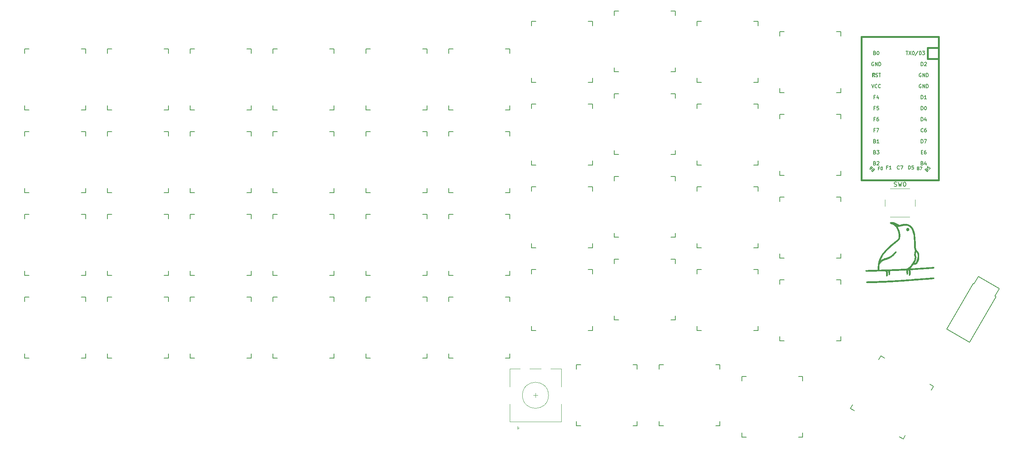
<source format=gbr>
%TF.GenerationSoftware,KiCad,Pcbnew,(5.1.9-0-10_14)*%
%TF.CreationDate,2021-09-05T14:47:07-05:00*%
%TF.ProjectId,wren-universal,7772656e-2d75-46e6-9976-657273616c2e,rev?*%
%TF.SameCoordinates,Original*%
%TF.FileFunction,Legend,Top*%
%TF.FilePolarity,Positive*%
%FSLAX46Y46*%
G04 Gerber Fmt 4.6, Leading zero omitted, Abs format (unit mm)*
G04 Created by KiCad (PCBNEW (5.1.9-0-10_14)) date 2021-09-05 14:47:07*
%MOMM*%
%LPD*%
G01*
G04 APERTURE LIST*
%ADD10C,0.150000*%
%ADD11C,0.010000*%
%ADD12C,0.381000*%
%ADD13C,0.120000*%
G04 APERTURE END LIST*
D10*
%TO.C,MX27*%
X98886250Y-94155500D02*
X99886250Y-94155500D01*
X99886250Y-108155500D02*
X98886250Y-108155500D01*
X112886250Y-107155500D02*
X112886250Y-108155500D01*
X112886250Y-108155500D02*
X111886250Y-108155500D01*
X111886250Y-94155500D02*
X112886250Y-94155500D01*
X112886250Y-94155500D02*
X112886250Y-95155500D01*
X98886250Y-108155500D02*
X98886250Y-107155500D01*
X98886250Y-95155500D02*
X98886250Y-94155500D01*
%TO.C,J1*%
X259270953Y-123570500D02*
X253988198Y-120520500D01*
X253988198Y-120520500D02*
X260038198Y-110041593D01*
X260038198Y-110041593D02*
X260254705Y-110166593D01*
X260254705Y-110166593D02*
X261254705Y-108434542D01*
X261298006Y-108459542D02*
X266104447Y-111234542D01*
X259270953Y-123570500D02*
X265320953Y-113091593D01*
X265320953Y-113091593D02*
X265104447Y-112966593D01*
X265104447Y-112966593D02*
X266104447Y-111234542D01*
%TO.C,MX39*%
X60786250Y-113205500D02*
X61786250Y-113205500D01*
X61786250Y-127205500D02*
X60786250Y-127205500D01*
X74786250Y-126205500D02*
X74786250Y-127205500D01*
X74786250Y-127205500D02*
X73786250Y-127205500D01*
X73786250Y-113205500D02*
X74786250Y-113205500D01*
X74786250Y-113205500D02*
X74786250Y-114205500D01*
X60786250Y-127205500D02*
X60786250Y-126205500D01*
X60786250Y-114205500D02*
X60786250Y-113205500D01*
%TO.C,MX36*%
X120317500Y-113205500D02*
X121317500Y-113205500D01*
X121317500Y-127205500D02*
X120317500Y-127205500D01*
X134317500Y-126205500D02*
X134317500Y-127205500D01*
X134317500Y-127205500D02*
X133317500Y-127205500D01*
X133317500Y-113205500D02*
X134317500Y-113205500D01*
X134317500Y-113205500D02*
X134317500Y-114205500D01*
X120317500Y-127205500D02*
X120317500Y-126205500D01*
X120317500Y-114205500D02*
X120317500Y-113205500D01*
D11*
%TO.C,FID3*%
G36*
X250978945Y-108686662D02*
G01*
X251033437Y-108744470D01*
X251038027Y-108832813D01*
X250996993Y-108917168D01*
X250945750Y-108954413D01*
X250886613Y-108964827D01*
X250749687Y-108980766D01*
X250541629Y-109001704D01*
X250269100Y-109027117D01*
X249938759Y-109056479D01*
X249557267Y-109089266D01*
X249131281Y-109124951D01*
X248667463Y-109163009D01*
X248172472Y-109202916D01*
X247652967Y-109244145D01*
X247115608Y-109286172D01*
X246567055Y-109328472D01*
X246013967Y-109370519D01*
X245463004Y-109411787D01*
X244920826Y-109451752D01*
X244394091Y-109489889D01*
X243889461Y-109525671D01*
X243413594Y-109558575D01*
X242973150Y-109588073D01*
X242637833Y-109609685D01*
X242249150Y-109633053D01*
X241809165Y-109657504D01*
X241327796Y-109682627D01*
X240814960Y-109708009D01*
X240280574Y-109733238D01*
X239734554Y-109757899D01*
X239186818Y-109781582D01*
X238647282Y-109803874D01*
X238125863Y-109824361D01*
X237632479Y-109842631D01*
X237177047Y-109858271D01*
X236769482Y-109870870D01*
X236419703Y-109880013D01*
X236137626Y-109885289D01*
X235986100Y-109886460D01*
X235762049Y-109883697D01*
X235609462Y-109874074D01*
X235515302Y-109856079D01*
X235466534Y-109828201D01*
X235464579Y-109825956D01*
X235434455Y-109738699D01*
X235472369Y-109657400D01*
X235562911Y-109602333D01*
X235643739Y-109590208D01*
X235809132Y-109588037D01*
X236049890Y-109582156D01*
X236356812Y-109572945D01*
X236720695Y-109560785D01*
X237132336Y-109546055D01*
X237582534Y-109529135D01*
X238062086Y-109510406D01*
X238561790Y-109490246D01*
X239072444Y-109469036D01*
X239584845Y-109447156D01*
X240089790Y-109424986D01*
X240578079Y-109402906D01*
X241040508Y-109381294D01*
X241467875Y-109360533D01*
X241850978Y-109341001D01*
X242180614Y-109323078D01*
X242341500Y-109313700D01*
X242708472Y-109290634D01*
X243150168Y-109261184D01*
X243656944Y-109226071D01*
X244219155Y-109186011D01*
X244827157Y-109141722D01*
X245471306Y-109093923D01*
X246141957Y-109043331D01*
X246829466Y-108990665D01*
X247524188Y-108936642D01*
X248216480Y-108881980D01*
X248896696Y-108827398D01*
X249148028Y-108806988D01*
X249527972Y-108776698D01*
X249882872Y-108749692D01*
X250203594Y-108726570D01*
X250481005Y-108707934D01*
X250705973Y-108694382D01*
X250869364Y-108686516D01*
X250962045Y-108684935D01*
X250978945Y-108686662D01*
G37*
X250978945Y-108686662D02*
X251033437Y-108744470D01*
X251038027Y-108832813D01*
X250996993Y-108917168D01*
X250945750Y-108954413D01*
X250886613Y-108964827D01*
X250749687Y-108980766D01*
X250541629Y-109001704D01*
X250269100Y-109027117D01*
X249938759Y-109056479D01*
X249557267Y-109089266D01*
X249131281Y-109124951D01*
X248667463Y-109163009D01*
X248172472Y-109202916D01*
X247652967Y-109244145D01*
X247115608Y-109286172D01*
X246567055Y-109328472D01*
X246013967Y-109370519D01*
X245463004Y-109411787D01*
X244920826Y-109451752D01*
X244394091Y-109489889D01*
X243889461Y-109525671D01*
X243413594Y-109558575D01*
X242973150Y-109588073D01*
X242637833Y-109609685D01*
X242249150Y-109633053D01*
X241809165Y-109657504D01*
X241327796Y-109682627D01*
X240814960Y-109708009D01*
X240280574Y-109733238D01*
X239734554Y-109757899D01*
X239186818Y-109781582D01*
X238647282Y-109803874D01*
X238125863Y-109824361D01*
X237632479Y-109842631D01*
X237177047Y-109858271D01*
X236769482Y-109870870D01*
X236419703Y-109880013D01*
X236137626Y-109885289D01*
X235986100Y-109886460D01*
X235762049Y-109883697D01*
X235609462Y-109874074D01*
X235515302Y-109856079D01*
X235466534Y-109828201D01*
X235464579Y-109825956D01*
X235434455Y-109738699D01*
X235472369Y-109657400D01*
X235562911Y-109602333D01*
X235643739Y-109590208D01*
X235809132Y-109588037D01*
X236049890Y-109582156D01*
X236356812Y-109572945D01*
X236720695Y-109560785D01*
X237132336Y-109546055D01*
X237582534Y-109529135D01*
X238062086Y-109510406D01*
X238561790Y-109490246D01*
X239072444Y-109469036D01*
X239584845Y-109447156D01*
X240089790Y-109424986D01*
X240578079Y-109402906D01*
X241040508Y-109381294D01*
X241467875Y-109360533D01*
X241850978Y-109341001D01*
X242180614Y-109323078D01*
X242341500Y-109313700D01*
X242708472Y-109290634D01*
X243150168Y-109261184D01*
X243656944Y-109226071D01*
X244219155Y-109186011D01*
X244827157Y-109141722D01*
X245471306Y-109093923D01*
X246141957Y-109043331D01*
X246829466Y-108990665D01*
X247524188Y-108936642D01*
X248216480Y-108881980D01*
X248896696Y-108827398D01*
X249148028Y-108806988D01*
X249527972Y-108776698D01*
X249882872Y-108749692D01*
X250203594Y-108726570D01*
X250481005Y-108707934D01*
X250705973Y-108694382D01*
X250869364Y-108686516D01*
X250962045Y-108684935D01*
X250978945Y-108686662D01*
G36*
X241386311Y-95922606D02*
G01*
X241443174Y-95925175D01*
X241584855Y-95933166D01*
X241699314Y-95945675D01*
X241804282Y-95968624D01*
X241917486Y-96007939D01*
X242056656Y-96069542D01*
X242239522Y-96159357D01*
X242424175Y-96252951D01*
X243033268Y-96562946D01*
X243530129Y-96449646D01*
X243969847Y-96367023D01*
X244355283Y-96335887D01*
X244701121Y-96358616D01*
X245022047Y-96437586D01*
X245332746Y-96575176D01*
X245647904Y-96773762D01*
X245681317Y-96797859D01*
X245900294Y-97003457D01*
X246102308Y-97285895D01*
X246283681Y-97638394D01*
X246440730Y-98054175D01*
X246529033Y-98359049D01*
X246589380Y-98648211D01*
X246642010Y-99017770D01*
X246686552Y-99463779D01*
X246722634Y-99982286D01*
X246749886Y-100569344D01*
X246757114Y-100785183D01*
X246767755Y-101124306D01*
X246777378Y-101390400D01*
X246787197Y-101595077D01*
X246798429Y-101749945D01*
X246812288Y-101866614D01*
X246829990Y-101956694D01*
X246852750Y-102031794D01*
X246881782Y-102103525D01*
X246899131Y-102141974D01*
X246987426Y-102301656D01*
X247107215Y-102477726D01*
X247209652Y-102605212D01*
X247373910Y-102806557D01*
X247483877Y-102989970D01*
X247549004Y-103181692D01*
X247578745Y-103407965D01*
X247583309Y-103642583D01*
X247561645Y-104016817D01*
X247507311Y-104387976D01*
X247425031Y-104736612D01*
X247319527Y-105043281D01*
X247195521Y-105288535D01*
X247176511Y-105317513D01*
X247041004Y-105483875D01*
X246897253Y-105580445D01*
X246719538Y-105620273D01*
X246576331Y-105622020D01*
X246309313Y-105611791D01*
X246008785Y-105988144D01*
X245873790Y-106152430D01*
X245743566Y-106302614D01*
X245635091Y-106419549D01*
X245577380Y-106474624D01*
X245446503Y-106584750D01*
X245650835Y-106584677D01*
X245756409Y-106581720D01*
X245937206Y-106573285D01*
X246184000Y-106559958D01*
X246487564Y-106542325D01*
X246838674Y-106520970D01*
X247228102Y-106496480D01*
X247646622Y-106469440D01*
X248085008Y-106440435D01*
X248534034Y-106410050D01*
X248984475Y-106378872D01*
X249427103Y-106347486D01*
X249698987Y-106327782D01*
X250013724Y-106305704D01*
X250302562Y-106287239D01*
X250554270Y-106272963D01*
X250757618Y-106263450D01*
X250901374Y-106259276D01*
X250974308Y-106261017D01*
X250979571Y-106262186D01*
X251025581Y-106318162D01*
X251039755Y-106410476D01*
X251019643Y-106496068D01*
X250994447Y-106523857D01*
X250940857Y-106534156D01*
X250810514Y-106549055D01*
X250611172Y-106567971D01*
X250350586Y-106590321D01*
X250036510Y-106615522D01*
X249676699Y-106642991D01*
X249278908Y-106672145D01*
X248850890Y-106702401D01*
X248400400Y-106733176D01*
X247935193Y-106763887D01*
X247463024Y-106793952D01*
X247125166Y-106814745D01*
X246810972Y-106834088D01*
X246509102Y-106853227D01*
X246234724Y-106871157D01*
X246003004Y-106886875D01*
X245829111Y-106899376D01*
X245744966Y-106906108D01*
X245465433Y-106930760D01*
X245527280Y-107107005D01*
X245561002Y-107258754D01*
X245580678Y-107461183D01*
X245585591Y-107681363D01*
X245575024Y-107886365D01*
X245548263Y-108043257D01*
X245547684Y-108045250D01*
X245504560Y-108137443D01*
X245430369Y-108170167D01*
X245386454Y-108172250D01*
X245262500Y-108172250D01*
X245262284Y-107706583D01*
X245251629Y-107409224D01*
X245220735Y-107179944D01*
X245170753Y-107022768D01*
X245102835Y-106941717D01*
X245041048Y-106933256D01*
X244985302Y-106974488D01*
X244981232Y-107010597D01*
X244990958Y-107079909D01*
X245003166Y-107208671D01*
X245015543Y-107371805D01*
X245018087Y-107410250D01*
X245026656Y-107586040D01*
X245022536Y-107701095D01*
X245002284Y-107778838D01*
X244962458Y-107842694D01*
X244952757Y-107854750D01*
X244881787Y-107924306D01*
X244821989Y-107930180D01*
X244788902Y-107913673D01*
X244748504Y-107873520D01*
X244723709Y-107801148D01*
X244710396Y-107677770D01*
X244705302Y-107532673D01*
X244696044Y-107355236D01*
X244677961Y-107196007D01*
X244654738Y-107086190D01*
X244651543Y-107077195D01*
X244604648Y-106955807D01*
X244213907Y-106983006D01*
X244101451Y-106989763D01*
X243921103Y-106999301D01*
X243684844Y-107011082D01*
X243404651Y-107024569D01*
X243092505Y-107039223D01*
X242760385Y-107054505D01*
X242420271Y-107069879D01*
X242084142Y-107084806D01*
X241763976Y-107098747D01*
X241471755Y-107111165D01*
X241219456Y-107121522D01*
X241019060Y-107129280D01*
X240882546Y-107133901D01*
X240830243Y-107134983D01*
X240786841Y-107142471D01*
X240781817Y-107179461D01*
X240813902Y-107268007D01*
X240821523Y-107286350D01*
X240858983Y-107424777D01*
X240875410Y-107591856D01*
X240871988Y-107762594D01*
X240849903Y-107912002D01*
X240810340Y-108015087D01*
X240785750Y-108040614D01*
X240692371Y-108071941D01*
X240625888Y-108029280D01*
X240584612Y-107910046D01*
X240566851Y-107711651D01*
X240566684Y-107705285D01*
X240543231Y-107456164D01*
X240488181Y-107275327D01*
X240403496Y-107167024D01*
X240303883Y-107135083D01*
X240227696Y-107145895D01*
X240218564Y-107188501D01*
X240226255Y-107209166D01*
X240306690Y-107453287D01*
X240349145Y-107706580D01*
X240352811Y-107946761D01*
X240316880Y-108151547D01*
X240264675Y-108266659D01*
X240201375Y-108344583D01*
X240141235Y-108354523D01*
X240077677Y-108321937D01*
X240046125Y-108279873D01*
X240026422Y-108192466D01*
X240016480Y-108045472D01*
X240014177Y-107888668D01*
X240005936Y-107641858D01*
X239981092Y-107460675D01*
X239940130Y-107333502D01*
X239867094Y-107172089D01*
X238458463Y-107206502D01*
X238069252Y-107215304D01*
X237661210Y-107223274D01*
X237254128Y-107230113D01*
X236867797Y-107235522D01*
X236522008Y-107239203D01*
X236236551Y-107240855D01*
X236182000Y-107240916D01*
X235314166Y-107240916D01*
X235300748Y-107124259D01*
X235309409Y-107026618D01*
X235344234Y-106985765D01*
X235399176Y-106979488D01*
X235528156Y-106971961D01*
X235720562Y-106963583D01*
X235965780Y-106954752D01*
X236253198Y-106945864D01*
X236572205Y-106937319D01*
X236749413Y-106933089D01*
X238097687Y-106902250D01*
X238090076Y-106427775D01*
X238092302Y-106381861D01*
X238398639Y-106381861D01*
X238408244Y-106601633D01*
X238435525Y-106893684D01*
X239351345Y-106865671D01*
X239659407Y-106855910D01*
X240026914Y-106843719D01*
X240428709Y-106829967D01*
X240839636Y-106815521D01*
X241234537Y-106801250D01*
X241452500Y-106793163D01*
X241840952Y-106777990D01*
X242274322Y-106760067D01*
X242723745Y-106740653D01*
X243160362Y-106721006D01*
X243555309Y-106702387D01*
X243724241Y-106694051D01*
X244056305Y-106677077D01*
X244315226Y-106662601D01*
X244512431Y-106649122D01*
X244659352Y-106635139D01*
X244767414Y-106619153D01*
X244848049Y-106599661D01*
X244912684Y-106575164D01*
X244972749Y-106544161D01*
X245004266Y-106525969D01*
X245232416Y-106361504D01*
X245477186Y-106129933D01*
X245727304Y-105844087D01*
X245971499Y-105516800D01*
X246109014Y-105301998D01*
X246511333Y-105301998D01*
X246548510Y-105310426D01*
X246640447Y-105308640D01*
X246665877Y-105306722D01*
X246817523Y-105262413D01*
X246898564Y-105187750D01*
X246992557Y-105019434D01*
X247078379Y-104790132D01*
X247152839Y-104519125D01*
X247212747Y-104225693D01*
X247254913Y-103929118D01*
X247276147Y-103648679D01*
X247273257Y-103403658D01*
X247243055Y-103213334D01*
X247231197Y-103177435D01*
X247184699Y-103087844D01*
X247110718Y-102976172D01*
X247026478Y-102864912D01*
X246949204Y-102776555D01*
X246896120Y-102733593D01*
X246890394Y-102732416D01*
X246870213Y-102770974D01*
X246844395Y-102872903D01*
X246817991Y-103017585D01*
X246813848Y-103044683D01*
X246791173Y-103236275D01*
X246791246Y-103383675D01*
X246815262Y-103524567D01*
X246830970Y-103584433D01*
X246892180Y-103836458D01*
X246919241Y-104053328D01*
X246909562Y-104257462D01*
X246860554Y-104471278D01*
X246769629Y-104717197D01*
X246675687Y-104929026D01*
X246603874Y-105085995D01*
X246547976Y-105211614D01*
X246515933Y-105287868D01*
X246511333Y-105301998D01*
X246109014Y-105301998D01*
X246188828Y-105177327D01*
X246366272Y-104861028D01*
X246491730Y-104594592D01*
X246568526Y-104363779D01*
X246599989Y-104154353D01*
X246589443Y-103952073D01*
X246540216Y-103742703D01*
X246530851Y-103713313D01*
X246481087Y-103445129D01*
X246487238Y-103122225D01*
X246548964Y-102753150D01*
X246573152Y-102654235D01*
X246607487Y-102510932D01*
X246619315Y-102405595D01*
X246607175Y-102302916D01*
X246569608Y-102167588D01*
X246550522Y-102107045D01*
X246522916Y-102012060D01*
X246500645Y-101911647D01*
X246482722Y-101794089D01*
X246468157Y-101647668D01*
X246455961Y-101460667D01*
X246445145Y-101221367D01*
X246434720Y-100918053D01*
X246426433Y-100636916D01*
X246408885Y-100130549D01*
X246386149Y-99696147D01*
X246356797Y-99321089D01*
X246319396Y-98992758D01*
X246272519Y-98698533D01*
X246214734Y-98425796D01*
X246146827Y-98169556D01*
X246002800Y-97762197D01*
X245825124Y-97426950D01*
X245607604Y-97155835D01*
X245344048Y-96940872D01*
X245081872Y-96797552D01*
X244842589Y-96706404D01*
X244603377Y-96655054D01*
X244346370Y-96643006D01*
X244053703Y-96669766D01*
X243707509Y-96734838D01*
X243611500Y-96756800D01*
X243383257Y-96808660D01*
X243162723Y-96855556D01*
X242974292Y-96892498D01*
X242842359Y-96914497D01*
X242837279Y-96915167D01*
X242715568Y-96935541D01*
X242639648Y-96957320D01*
X242625855Y-96970171D01*
X242650747Y-97018803D01*
X242702985Y-97119124D01*
X242760592Y-97229083D01*
X242918051Y-97580501D01*
X243044821Y-97967794D01*
X243137749Y-98371658D01*
X243193679Y-98772790D01*
X243209457Y-99151888D01*
X243181928Y-99489648D01*
X243152892Y-99629549D01*
X243094192Y-99788778D01*
X243011278Y-99938981D01*
X242972976Y-99989841D01*
X242927149Y-100041449D01*
X242878151Y-100092221D01*
X242817361Y-100149443D01*
X242736153Y-100220404D01*
X242625905Y-100312389D01*
X242477993Y-100432687D01*
X242283794Y-100588585D01*
X242034684Y-100787370D01*
X241939333Y-100863324D01*
X241682187Y-101075274D01*
X241390060Y-101328020D01*
X241078878Y-101606792D01*
X240764568Y-101896820D01*
X240463060Y-102183333D01*
X240190279Y-102451562D01*
X239962154Y-102686735D01*
X239896625Y-102757605D01*
X239505109Y-103225595D01*
X239182246Y-103697708D01*
X238913913Y-104195870D01*
X238789340Y-104477081D01*
X238723326Y-104638737D01*
X238671786Y-104769103D01*
X238641918Y-104849758D01*
X238637333Y-104866156D01*
X238668218Y-104852747D01*
X238750529Y-104798033D01*
X238868746Y-104712545D01*
X238916432Y-104676773D01*
X239196950Y-104480812D01*
X239453308Y-104340579D01*
X239711422Y-104243535D01*
X239917474Y-104192424D01*
X240371460Y-104061443D01*
X240813211Y-103861932D01*
X241227009Y-103604275D01*
X241597133Y-103298856D01*
X241907866Y-102956062D01*
X242014464Y-102807100D01*
X242118635Y-102687730D01*
X242217286Y-102651343D01*
X242308633Y-102698477D01*
X242323028Y-102714496D01*
X242347439Y-102788679D01*
X242317776Y-102893175D01*
X242230818Y-103033005D01*
X242083348Y-103213190D01*
X241872145Y-103438751D01*
X241833500Y-103478094D01*
X241478644Y-103801096D01*
X241108175Y-104061702D01*
X240704727Y-104269289D01*
X240250937Y-104433235D01*
X239888612Y-104528297D01*
X239644631Y-104611582D01*
X239381665Y-104747081D01*
X239119509Y-104920161D01*
X238877955Y-105116188D01*
X238676798Y-105320527D01*
X238535832Y-105518543D01*
X238527108Y-105534908D01*
X238474796Y-105683366D01*
X238434074Y-105890820D01*
X238407752Y-106132057D01*
X238398639Y-106381861D01*
X238092302Y-106381861D01*
X238121593Y-105777752D01*
X238236291Y-105137308D01*
X238432927Y-104509601D01*
X238710259Y-103897789D01*
X239067044Y-103305031D01*
X239502040Y-102734486D01*
X239576818Y-102647750D01*
X239819414Y-102384082D01*
X240115011Y-102084149D01*
X240448420Y-101761875D01*
X240804454Y-101431184D01*
X241167925Y-101105999D01*
X241523646Y-100800244D01*
X241856430Y-100527843D01*
X242066333Y-100365413D01*
X242339067Y-100154170D01*
X242546093Y-99978524D01*
X242694882Y-99831496D01*
X242792908Y-99706105D01*
X242818099Y-99663250D01*
X242857723Y-99534662D01*
X242880822Y-99342694D01*
X242887734Y-99106940D01*
X242878795Y-98846990D01*
X242854342Y-98582436D01*
X242814710Y-98332870D01*
X242793606Y-98237177D01*
X242650569Y-97754541D01*
X242472411Y-97346010D01*
X242255376Y-97007047D01*
X241995710Y-96733114D01*
X241689661Y-96519676D01*
X241333473Y-96362194D01*
X241210097Y-96323396D01*
X241027240Y-96254055D01*
X240922654Y-96175303D01*
X240898380Y-96089988D01*
X240956459Y-96000959D01*
X240970497Y-95988992D01*
X241031599Y-95949174D01*
X241106971Y-95926768D01*
X241218059Y-95918877D01*
X241386311Y-95922606D01*
G37*
X241386311Y-95922606D02*
X241443174Y-95925175D01*
X241584855Y-95933166D01*
X241699314Y-95945675D01*
X241804282Y-95968624D01*
X241917486Y-96007939D01*
X242056656Y-96069542D01*
X242239522Y-96159357D01*
X242424175Y-96252951D01*
X243033268Y-96562946D01*
X243530129Y-96449646D01*
X243969847Y-96367023D01*
X244355283Y-96335887D01*
X244701121Y-96358616D01*
X245022047Y-96437586D01*
X245332746Y-96575176D01*
X245647904Y-96773762D01*
X245681317Y-96797859D01*
X245900294Y-97003457D01*
X246102308Y-97285895D01*
X246283681Y-97638394D01*
X246440730Y-98054175D01*
X246529033Y-98359049D01*
X246589380Y-98648211D01*
X246642010Y-99017770D01*
X246686552Y-99463779D01*
X246722634Y-99982286D01*
X246749886Y-100569344D01*
X246757114Y-100785183D01*
X246767755Y-101124306D01*
X246777378Y-101390400D01*
X246787197Y-101595077D01*
X246798429Y-101749945D01*
X246812288Y-101866614D01*
X246829990Y-101956694D01*
X246852750Y-102031794D01*
X246881782Y-102103525D01*
X246899131Y-102141974D01*
X246987426Y-102301656D01*
X247107215Y-102477726D01*
X247209652Y-102605212D01*
X247373910Y-102806557D01*
X247483877Y-102989970D01*
X247549004Y-103181692D01*
X247578745Y-103407965D01*
X247583309Y-103642583D01*
X247561645Y-104016817D01*
X247507311Y-104387976D01*
X247425031Y-104736612D01*
X247319527Y-105043281D01*
X247195521Y-105288535D01*
X247176511Y-105317513D01*
X247041004Y-105483875D01*
X246897253Y-105580445D01*
X246719538Y-105620273D01*
X246576331Y-105622020D01*
X246309313Y-105611791D01*
X246008785Y-105988144D01*
X245873790Y-106152430D01*
X245743566Y-106302614D01*
X245635091Y-106419549D01*
X245577380Y-106474624D01*
X245446503Y-106584750D01*
X245650835Y-106584677D01*
X245756409Y-106581720D01*
X245937206Y-106573285D01*
X246184000Y-106559958D01*
X246487564Y-106542325D01*
X246838674Y-106520970D01*
X247228102Y-106496480D01*
X247646622Y-106469440D01*
X248085008Y-106440435D01*
X248534034Y-106410050D01*
X248984475Y-106378872D01*
X249427103Y-106347486D01*
X249698987Y-106327782D01*
X250013724Y-106305704D01*
X250302562Y-106287239D01*
X250554270Y-106272963D01*
X250757618Y-106263450D01*
X250901374Y-106259276D01*
X250974308Y-106261017D01*
X250979571Y-106262186D01*
X251025581Y-106318162D01*
X251039755Y-106410476D01*
X251019643Y-106496068D01*
X250994447Y-106523857D01*
X250940857Y-106534156D01*
X250810514Y-106549055D01*
X250611172Y-106567971D01*
X250350586Y-106590321D01*
X250036510Y-106615522D01*
X249676699Y-106642991D01*
X249278908Y-106672145D01*
X248850890Y-106702401D01*
X248400400Y-106733176D01*
X247935193Y-106763887D01*
X247463024Y-106793952D01*
X247125166Y-106814745D01*
X246810972Y-106834088D01*
X246509102Y-106853227D01*
X246234724Y-106871157D01*
X246003004Y-106886875D01*
X245829111Y-106899376D01*
X245744966Y-106906108D01*
X245465433Y-106930760D01*
X245527280Y-107107005D01*
X245561002Y-107258754D01*
X245580678Y-107461183D01*
X245585591Y-107681363D01*
X245575024Y-107886365D01*
X245548263Y-108043257D01*
X245547684Y-108045250D01*
X245504560Y-108137443D01*
X245430369Y-108170167D01*
X245386454Y-108172250D01*
X245262500Y-108172250D01*
X245262284Y-107706583D01*
X245251629Y-107409224D01*
X245220735Y-107179944D01*
X245170753Y-107022768D01*
X245102835Y-106941717D01*
X245041048Y-106933256D01*
X244985302Y-106974488D01*
X244981232Y-107010597D01*
X244990958Y-107079909D01*
X245003166Y-107208671D01*
X245015543Y-107371805D01*
X245018087Y-107410250D01*
X245026656Y-107586040D01*
X245022536Y-107701095D01*
X245002284Y-107778838D01*
X244962458Y-107842694D01*
X244952757Y-107854750D01*
X244881787Y-107924306D01*
X244821989Y-107930180D01*
X244788902Y-107913673D01*
X244748504Y-107873520D01*
X244723709Y-107801148D01*
X244710396Y-107677770D01*
X244705302Y-107532673D01*
X244696044Y-107355236D01*
X244677961Y-107196007D01*
X244654738Y-107086190D01*
X244651543Y-107077195D01*
X244604648Y-106955807D01*
X244213907Y-106983006D01*
X244101451Y-106989763D01*
X243921103Y-106999301D01*
X243684844Y-107011082D01*
X243404651Y-107024569D01*
X243092505Y-107039223D01*
X242760385Y-107054505D01*
X242420271Y-107069879D01*
X242084142Y-107084806D01*
X241763976Y-107098747D01*
X241471755Y-107111165D01*
X241219456Y-107121522D01*
X241019060Y-107129280D01*
X240882546Y-107133901D01*
X240830243Y-107134983D01*
X240786841Y-107142471D01*
X240781817Y-107179461D01*
X240813902Y-107268007D01*
X240821523Y-107286350D01*
X240858983Y-107424777D01*
X240875410Y-107591856D01*
X240871988Y-107762594D01*
X240849903Y-107912002D01*
X240810340Y-108015087D01*
X240785750Y-108040614D01*
X240692371Y-108071941D01*
X240625888Y-108029280D01*
X240584612Y-107910046D01*
X240566851Y-107711651D01*
X240566684Y-107705285D01*
X240543231Y-107456164D01*
X240488181Y-107275327D01*
X240403496Y-107167024D01*
X240303883Y-107135083D01*
X240227696Y-107145895D01*
X240218564Y-107188501D01*
X240226255Y-107209166D01*
X240306690Y-107453287D01*
X240349145Y-107706580D01*
X240352811Y-107946761D01*
X240316880Y-108151547D01*
X240264675Y-108266659D01*
X240201375Y-108344583D01*
X240141235Y-108354523D01*
X240077677Y-108321937D01*
X240046125Y-108279873D01*
X240026422Y-108192466D01*
X240016480Y-108045472D01*
X240014177Y-107888668D01*
X240005936Y-107641858D01*
X239981092Y-107460675D01*
X239940130Y-107333502D01*
X239867094Y-107172089D01*
X238458463Y-107206502D01*
X238069252Y-107215304D01*
X237661210Y-107223274D01*
X237254128Y-107230113D01*
X236867797Y-107235522D01*
X236522008Y-107239203D01*
X236236551Y-107240855D01*
X236182000Y-107240916D01*
X235314166Y-107240916D01*
X235300748Y-107124259D01*
X235309409Y-107026618D01*
X235344234Y-106985765D01*
X235399176Y-106979488D01*
X235528156Y-106971961D01*
X235720562Y-106963583D01*
X235965780Y-106954752D01*
X236253198Y-106945864D01*
X236572205Y-106937319D01*
X236749413Y-106933089D01*
X238097687Y-106902250D01*
X238090076Y-106427775D01*
X238092302Y-106381861D01*
X238398639Y-106381861D01*
X238408244Y-106601633D01*
X238435525Y-106893684D01*
X239351345Y-106865671D01*
X239659407Y-106855910D01*
X240026914Y-106843719D01*
X240428709Y-106829967D01*
X240839636Y-106815521D01*
X241234537Y-106801250D01*
X241452500Y-106793163D01*
X241840952Y-106777990D01*
X242274322Y-106760067D01*
X242723745Y-106740653D01*
X243160362Y-106721006D01*
X243555309Y-106702387D01*
X243724241Y-106694051D01*
X244056305Y-106677077D01*
X244315226Y-106662601D01*
X244512431Y-106649122D01*
X244659352Y-106635139D01*
X244767414Y-106619153D01*
X244848049Y-106599661D01*
X244912684Y-106575164D01*
X244972749Y-106544161D01*
X245004266Y-106525969D01*
X245232416Y-106361504D01*
X245477186Y-106129933D01*
X245727304Y-105844087D01*
X245971499Y-105516800D01*
X246109014Y-105301998D01*
X246511333Y-105301998D01*
X246548510Y-105310426D01*
X246640447Y-105308640D01*
X246665877Y-105306722D01*
X246817523Y-105262413D01*
X246898564Y-105187750D01*
X246992557Y-105019434D01*
X247078379Y-104790132D01*
X247152839Y-104519125D01*
X247212747Y-104225693D01*
X247254913Y-103929118D01*
X247276147Y-103648679D01*
X247273257Y-103403658D01*
X247243055Y-103213334D01*
X247231197Y-103177435D01*
X247184699Y-103087844D01*
X247110718Y-102976172D01*
X247026478Y-102864912D01*
X246949204Y-102776555D01*
X246896120Y-102733593D01*
X246890394Y-102732416D01*
X246870213Y-102770974D01*
X246844395Y-102872903D01*
X246817991Y-103017585D01*
X246813848Y-103044683D01*
X246791173Y-103236275D01*
X246791246Y-103383675D01*
X246815262Y-103524567D01*
X246830970Y-103584433D01*
X246892180Y-103836458D01*
X246919241Y-104053328D01*
X246909562Y-104257462D01*
X246860554Y-104471278D01*
X246769629Y-104717197D01*
X246675687Y-104929026D01*
X246603874Y-105085995D01*
X246547976Y-105211614D01*
X246515933Y-105287868D01*
X246511333Y-105301998D01*
X246109014Y-105301998D01*
X246188828Y-105177327D01*
X246366272Y-104861028D01*
X246491730Y-104594592D01*
X246568526Y-104363779D01*
X246599989Y-104154353D01*
X246589443Y-103952073D01*
X246540216Y-103742703D01*
X246530851Y-103713313D01*
X246481087Y-103445129D01*
X246487238Y-103122225D01*
X246548964Y-102753150D01*
X246573152Y-102654235D01*
X246607487Y-102510932D01*
X246619315Y-102405595D01*
X246607175Y-102302916D01*
X246569608Y-102167588D01*
X246550522Y-102107045D01*
X246522916Y-102012060D01*
X246500645Y-101911647D01*
X246482722Y-101794089D01*
X246468157Y-101647668D01*
X246455961Y-101460667D01*
X246445145Y-101221367D01*
X246434720Y-100918053D01*
X246426433Y-100636916D01*
X246408885Y-100130549D01*
X246386149Y-99696147D01*
X246356797Y-99321089D01*
X246319396Y-98992758D01*
X246272519Y-98698533D01*
X246214734Y-98425796D01*
X246146827Y-98169556D01*
X246002800Y-97762197D01*
X245825124Y-97426950D01*
X245607604Y-97155835D01*
X245344048Y-96940872D01*
X245081872Y-96797552D01*
X244842589Y-96706404D01*
X244603377Y-96655054D01*
X244346370Y-96643006D01*
X244053703Y-96669766D01*
X243707509Y-96734838D01*
X243611500Y-96756800D01*
X243383257Y-96808660D01*
X243162723Y-96855556D01*
X242974292Y-96892498D01*
X242842359Y-96914497D01*
X242837279Y-96915167D01*
X242715568Y-96935541D01*
X242639648Y-96957320D01*
X242625855Y-96970171D01*
X242650747Y-97018803D01*
X242702985Y-97119124D01*
X242760592Y-97229083D01*
X242918051Y-97580501D01*
X243044821Y-97967794D01*
X243137749Y-98371658D01*
X243193679Y-98772790D01*
X243209457Y-99151888D01*
X243181928Y-99489648D01*
X243152892Y-99629549D01*
X243094192Y-99788778D01*
X243011278Y-99938981D01*
X242972976Y-99989841D01*
X242927149Y-100041449D01*
X242878151Y-100092221D01*
X242817361Y-100149443D01*
X242736153Y-100220404D01*
X242625905Y-100312389D01*
X242477993Y-100432687D01*
X242283794Y-100588585D01*
X242034684Y-100787370D01*
X241939333Y-100863324D01*
X241682187Y-101075274D01*
X241390060Y-101328020D01*
X241078878Y-101606792D01*
X240764568Y-101896820D01*
X240463060Y-102183333D01*
X240190279Y-102451562D01*
X239962154Y-102686735D01*
X239896625Y-102757605D01*
X239505109Y-103225595D01*
X239182246Y-103697708D01*
X238913913Y-104195870D01*
X238789340Y-104477081D01*
X238723326Y-104638737D01*
X238671786Y-104769103D01*
X238641918Y-104849758D01*
X238637333Y-104866156D01*
X238668218Y-104852747D01*
X238750529Y-104798033D01*
X238868746Y-104712545D01*
X238916432Y-104676773D01*
X239196950Y-104480812D01*
X239453308Y-104340579D01*
X239711422Y-104243535D01*
X239917474Y-104192424D01*
X240371460Y-104061443D01*
X240813211Y-103861932D01*
X241227009Y-103604275D01*
X241597133Y-103298856D01*
X241907866Y-102956062D01*
X242014464Y-102807100D01*
X242118635Y-102687730D01*
X242217286Y-102651343D01*
X242308633Y-102698477D01*
X242323028Y-102714496D01*
X242347439Y-102788679D01*
X242317776Y-102893175D01*
X242230818Y-103033005D01*
X242083348Y-103213190D01*
X241872145Y-103438751D01*
X241833500Y-103478094D01*
X241478644Y-103801096D01*
X241108175Y-104061702D01*
X240704727Y-104269289D01*
X240250937Y-104433235D01*
X239888612Y-104528297D01*
X239644631Y-104611582D01*
X239381665Y-104747081D01*
X239119509Y-104920161D01*
X238877955Y-105116188D01*
X238676798Y-105320527D01*
X238535832Y-105518543D01*
X238527108Y-105534908D01*
X238474796Y-105683366D01*
X238434074Y-105890820D01*
X238407752Y-106132057D01*
X238398639Y-106381861D01*
X238092302Y-106381861D01*
X238121593Y-105777752D01*
X238236291Y-105137308D01*
X238432927Y-104509601D01*
X238710259Y-103897789D01*
X239067044Y-103305031D01*
X239502040Y-102734486D01*
X239576818Y-102647750D01*
X239819414Y-102384082D01*
X240115011Y-102084149D01*
X240448420Y-101761875D01*
X240804454Y-101431184D01*
X241167925Y-101105999D01*
X241523646Y-100800244D01*
X241856430Y-100527843D01*
X242066333Y-100365413D01*
X242339067Y-100154170D01*
X242546093Y-99978524D01*
X242694882Y-99831496D01*
X242792908Y-99706105D01*
X242818099Y-99663250D01*
X242857723Y-99534662D01*
X242880822Y-99342694D01*
X242887734Y-99106940D01*
X242878795Y-98846990D01*
X242854342Y-98582436D01*
X242814710Y-98332870D01*
X242793606Y-98237177D01*
X242650569Y-97754541D01*
X242472411Y-97346010D01*
X242255376Y-97007047D01*
X241995710Y-96733114D01*
X241689661Y-96519676D01*
X241333473Y-96362194D01*
X241210097Y-96323396D01*
X241027240Y-96254055D01*
X240922654Y-96175303D01*
X240898380Y-96089988D01*
X240956459Y-96000959D01*
X240970497Y-95988992D01*
X241031599Y-95949174D01*
X241106971Y-95926768D01*
X241218059Y-95918877D01*
X241386311Y-95922606D01*
G36*
X245025703Y-97257347D02*
G01*
X245084873Y-97276749D01*
X245210406Y-97367822D01*
X245277759Y-97497498D01*
X245285886Y-97642163D01*
X245233744Y-97778208D01*
X245120287Y-97882022D01*
X245111845Y-97886536D01*
X245008152Y-97934649D01*
X244934931Y-97941916D01*
X244849143Y-97909487D01*
X244818834Y-97894374D01*
X244695795Y-97796094D01*
X244635932Y-97671654D01*
X244631859Y-97538206D01*
X244676187Y-97412900D01*
X244761529Y-97312888D01*
X244880497Y-97255320D01*
X245025703Y-97257347D01*
G37*
X245025703Y-97257347D02*
X245084873Y-97276749D01*
X245210406Y-97367822D01*
X245277759Y-97497498D01*
X245285886Y-97642163D01*
X245233744Y-97778208D01*
X245120287Y-97882022D01*
X245111845Y-97886536D01*
X245008152Y-97934649D01*
X244934931Y-97941916D01*
X244849143Y-97909487D01*
X244818834Y-97894374D01*
X244695795Y-97796094D01*
X244635932Y-97671654D01*
X244631859Y-97538206D01*
X244676187Y-97412900D01*
X244761529Y-97312888D01*
X244880497Y-97255320D01*
X245025703Y-97257347D01*
D10*
%TO.C,MX21*%
X215567500Y-90186750D02*
X216567500Y-90186750D01*
X216567500Y-104186750D02*
X215567500Y-104186750D01*
X229567500Y-103186750D02*
X229567500Y-104186750D01*
X229567500Y-104186750D02*
X228567500Y-104186750D01*
X228567500Y-90186750D02*
X229567500Y-90186750D01*
X229567500Y-90186750D02*
X229567500Y-91186750D01*
X215567500Y-104186750D02*
X215567500Y-103186750D01*
X215567500Y-91186750D02*
X215567500Y-90186750D01*
%TO.C,MX41*%
X231826822Y-138864928D02*
X232326822Y-137998902D01*
X244451178Y-144998902D02*
X243951178Y-145864928D01*
X250085152Y-133240572D02*
X250951178Y-133740572D01*
X250951178Y-133740572D02*
X250451178Y-134606598D01*
X238326822Y-127606598D02*
X238826822Y-126740572D01*
X238826822Y-126740572D02*
X239692848Y-127240572D01*
X243951178Y-145864928D02*
X243085152Y-145364928D01*
X232692848Y-139364928D02*
X231826822Y-138864928D01*
%TO.C,MX10*%
X41736250Y-56055500D02*
X42736250Y-56055500D01*
X42736250Y-70055500D02*
X41736250Y-70055500D01*
X55736250Y-69055500D02*
X55736250Y-70055500D01*
X55736250Y-70055500D02*
X54736250Y-70055500D01*
X54736250Y-56055500D02*
X55736250Y-56055500D01*
X55736250Y-56055500D02*
X55736250Y-57055500D01*
X41736250Y-70055500D02*
X41736250Y-69055500D01*
X41736250Y-57055500D02*
X41736250Y-56055500D01*
%TO.C,MX15*%
X139367500Y-75105500D02*
X140367500Y-75105500D01*
X140367500Y-89105500D02*
X139367500Y-89105500D01*
X153367500Y-88105500D02*
X153367500Y-89105500D01*
X153367500Y-89105500D02*
X152367500Y-89105500D01*
X152367500Y-75105500D02*
X153367500Y-75105500D01*
X153367500Y-75105500D02*
X153367500Y-76105500D01*
X139367500Y-89105500D02*
X139367500Y-88105500D01*
X139367500Y-76105500D02*
X139367500Y-75105500D01*
%TO.C,MX44*%
X168730000Y-128794750D02*
X169730000Y-128794750D01*
X169730000Y-142794750D02*
X168730000Y-142794750D01*
X182730000Y-141794750D02*
X182730000Y-142794750D01*
X182730000Y-142794750D02*
X181730000Y-142794750D01*
X181730000Y-128794750D02*
X182730000Y-128794750D01*
X182730000Y-128794750D02*
X182730000Y-129794750D01*
X168730000Y-142794750D02*
X168730000Y-141794750D01*
X168730000Y-129794750D02*
X168730000Y-128794750D01*
%TO.C,MX43*%
X187780000Y-128794750D02*
X188780000Y-128794750D01*
X188780000Y-142794750D02*
X187780000Y-142794750D01*
X201780000Y-141794750D02*
X201780000Y-142794750D01*
X201780000Y-142794750D02*
X200780000Y-142794750D01*
X200780000Y-128794750D02*
X201780000Y-128794750D01*
X201780000Y-128794750D02*
X201780000Y-129794750D01*
X187780000Y-142794750D02*
X187780000Y-141794750D01*
X187780000Y-129794750D02*
X187780000Y-128794750D01*
%TO.C,MX42*%
X206830000Y-131461750D02*
X207830000Y-131461750D01*
X207830000Y-145461750D02*
X206830000Y-145461750D01*
X220830000Y-144461750D02*
X220830000Y-145461750D01*
X220830000Y-145461750D02*
X219830000Y-145461750D01*
X219830000Y-131461750D02*
X220830000Y-131461750D01*
X220830000Y-131461750D02*
X220830000Y-132461750D01*
X206830000Y-145461750D02*
X206830000Y-144461750D01*
X206830000Y-132461750D02*
X206830000Y-131461750D01*
%TO.C,MX40*%
X41736250Y-113205500D02*
X42736250Y-113205500D01*
X42736250Y-127205500D02*
X41736250Y-127205500D01*
X55736250Y-126205500D02*
X55736250Y-127205500D01*
X55736250Y-127205500D02*
X54736250Y-127205500D01*
X54736250Y-113205500D02*
X55736250Y-113205500D01*
X55736250Y-113205500D02*
X55736250Y-114205500D01*
X41736250Y-127205500D02*
X41736250Y-126205500D01*
X41736250Y-114205500D02*
X41736250Y-113205500D01*
%TO.C,MX38*%
X79836250Y-113205500D02*
X80836250Y-113205500D01*
X80836250Y-127205500D02*
X79836250Y-127205500D01*
X93836250Y-126205500D02*
X93836250Y-127205500D01*
X93836250Y-127205500D02*
X92836250Y-127205500D01*
X92836250Y-113205500D02*
X93836250Y-113205500D01*
X93836250Y-113205500D02*
X93836250Y-114205500D01*
X79836250Y-127205500D02*
X79836250Y-126205500D01*
X79836250Y-114205500D02*
X79836250Y-113205500D01*
%TO.C,MX37*%
X98886250Y-113205500D02*
X99886250Y-113205500D01*
X99886250Y-127205500D02*
X98886250Y-127205500D01*
X112886250Y-126205500D02*
X112886250Y-127205500D01*
X112886250Y-127205500D02*
X111886250Y-127205500D01*
X111886250Y-113205500D02*
X112886250Y-113205500D01*
X112886250Y-113205500D02*
X112886250Y-114205500D01*
X98886250Y-127205500D02*
X98886250Y-126205500D01*
X98886250Y-114205500D02*
X98886250Y-113205500D01*
%TO.C,MX35*%
X139367500Y-113205500D02*
X140367500Y-113205500D01*
X140367500Y-127205500D02*
X139367500Y-127205500D01*
X153367500Y-126205500D02*
X153367500Y-127205500D01*
X153367500Y-127205500D02*
X152367500Y-127205500D01*
X152367500Y-113205500D02*
X153367500Y-113205500D01*
X153367500Y-113205500D02*
X153367500Y-114205500D01*
X139367500Y-127205500D02*
X139367500Y-126205500D01*
X139367500Y-114205500D02*
X139367500Y-113205500D01*
%TO.C,MX34*%
X158417500Y-106855500D02*
X159417500Y-106855500D01*
X159417500Y-120855500D02*
X158417500Y-120855500D01*
X172417500Y-119855500D02*
X172417500Y-120855500D01*
X172417500Y-120855500D02*
X171417500Y-120855500D01*
X171417500Y-106855500D02*
X172417500Y-106855500D01*
X172417500Y-106855500D02*
X172417500Y-107855500D01*
X158417500Y-120855500D02*
X158417500Y-119855500D01*
X158417500Y-107855500D02*
X158417500Y-106855500D01*
%TO.C,MX33*%
X177467500Y-104474250D02*
X178467500Y-104474250D01*
X178467500Y-118474250D02*
X177467500Y-118474250D01*
X191467500Y-117474250D02*
X191467500Y-118474250D01*
X191467500Y-118474250D02*
X190467500Y-118474250D01*
X190467500Y-104474250D02*
X191467500Y-104474250D01*
X191467500Y-104474250D02*
X191467500Y-105474250D01*
X177467500Y-118474250D02*
X177467500Y-117474250D01*
X177467500Y-105474250D02*
X177467500Y-104474250D01*
%TO.C,MX32*%
X196517500Y-106855500D02*
X197517500Y-106855500D01*
X197517500Y-120855500D02*
X196517500Y-120855500D01*
X210517500Y-119855500D02*
X210517500Y-120855500D01*
X210517500Y-120855500D02*
X209517500Y-120855500D01*
X209517500Y-106855500D02*
X210517500Y-106855500D01*
X210517500Y-106855500D02*
X210517500Y-107855500D01*
X196517500Y-120855500D02*
X196517500Y-119855500D01*
X196517500Y-107855500D02*
X196517500Y-106855500D01*
%TO.C,MX31*%
X215567500Y-109236750D02*
X216567500Y-109236750D01*
X216567500Y-123236750D02*
X215567500Y-123236750D01*
X229567500Y-122236750D02*
X229567500Y-123236750D01*
X229567500Y-123236750D02*
X228567500Y-123236750D01*
X228567500Y-109236750D02*
X229567500Y-109236750D01*
X229567500Y-109236750D02*
X229567500Y-110236750D01*
X215567500Y-123236750D02*
X215567500Y-122236750D01*
X215567500Y-110236750D02*
X215567500Y-109236750D01*
%TO.C,MX30*%
X41736250Y-94155500D02*
X42736250Y-94155500D01*
X42736250Y-108155500D02*
X41736250Y-108155500D01*
X55736250Y-107155500D02*
X55736250Y-108155500D01*
X55736250Y-108155500D02*
X54736250Y-108155500D01*
X54736250Y-94155500D02*
X55736250Y-94155500D01*
X55736250Y-94155500D02*
X55736250Y-95155500D01*
X41736250Y-108155500D02*
X41736250Y-107155500D01*
X41736250Y-95155500D02*
X41736250Y-94155500D01*
%TO.C,MX29*%
X60786250Y-94155500D02*
X61786250Y-94155500D01*
X61786250Y-108155500D02*
X60786250Y-108155500D01*
X74786250Y-107155500D02*
X74786250Y-108155500D01*
X74786250Y-108155500D02*
X73786250Y-108155500D01*
X73786250Y-94155500D02*
X74786250Y-94155500D01*
X74786250Y-94155500D02*
X74786250Y-95155500D01*
X60786250Y-108155500D02*
X60786250Y-107155500D01*
X60786250Y-95155500D02*
X60786250Y-94155500D01*
%TO.C,MX28*%
X79836250Y-94155500D02*
X80836250Y-94155500D01*
X80836250Y-108155500D02*
X79836250Y-108155500D01*
X93836250Y-107155500D02*
X93836250Y-108155500D01*
X93836250Y-108155500D02*
X92836250Y-108155500D01*
X92836250Y-94155500D02*
X93836250Y-94155500D01*
X93836250Y-94155500D02*
X93836250Y-95155500D01*
X79836250Y-108155500D02*
X79836250Y-107155500D01*
X79836250Y-95155500D02*
X79836250Y-94155500D01*
%TO.C,MX26*%
X120317500Y-94155500D02*
X121317500Y-94155500D01*
X121317500Y-108155500D02*
X120317500Y-108155500D01*
X134317500Y-107155500D02*
X134317500Y-108155500D01*
X134317500Y-108155500D02*
X133317500Y-108155500D01*
X133317500Y-94155500D02*
X134317500Y-94155500D01*
X134317500Y-94155500D02*
X134317500Y-95155500D01*
X120317500Y-108155500D02*
X120317500Y-107155500D01*
X120317500Y-95155500D02*
X120317500Y-94155500D01*
%TO.C,MX25*%
X139367500Y-94155500D02*
X140367500Y-94155500D01*
X140367500Y-108155500D02*
X139367500Y-108155500D01*
X153367500Y-107155500D02*
X153367500Y-108155500D01*
X153367500Y-108155500D02*
X152367500Y-108155500D01*
X152367500Y-94155500D02*
X153367500Y-94155500D01*
X153367500Y-94155500D02*
X153367500Y-95155500D01*
X139367500Y-108155500D02*
X139367500Y-107155500D01*
X139367500Y-95155500D02*
X139367500Y-94155500D01*
%TO.C,MX24*%
X158417500Y-87805500D02*
X159417500Y-87805500D01*
X159417500Y-101805500D02*
X158417500Y-101805500D01*
X172417500Y-100805500D02*
X172417500Y-101805500D01*
X172417500Y-101805500D02*
X171417500Y-101805500D01*
X171417500Y-87805500D02*
X172417500Y-87805500D01*
X172417500Y-87805500D02*
X172417500Y-88805500D01*
X158417500Y-101805500D02*
X158417500Y-100805500D01*
X158417500Y-88805500D02*
X158417500Y-87805500D01*
%TO.C,MX23*%
X177467500Y-85424250D02*
X178467500Y-85424250D01*
X178467500Y-99424250D02*
X177467500Y-99424250D01*
X191467500Y-98424250D02*
X191467500Y-99424250D01*
X191467500Y-99424250D02*
X190467500Y-99424250D01*
X190467500Y-85424250D02*
X191467500Y-85424250D01*
X191467500Y-85424250D02*
X191467500Y-86424250D01*
X177467500Y-99424250D02*
X177467500Y-98424250D01*
X177467500Y-86424250D02*
X177467500Y-85424250D01*
%TO.C,MX22*%
X196517500Y-87805500D02*
X197517500Y-87805500D01*
X197517500Y-101805500D02*
X196517500Y-101805500D01*
X210517500Y-100805500D02*
X210517500Y-101805500D01*
X210517500Y-101805500D02*
X209517500Y-101805500D01*
X209517500Y-87805500D02*
X210517500Y-87805500D01*
X210517500Y-87805500D02*
X210517500Y-88805500D01*
X196517500Y-101805500D02*
X196517500Y-100805500D01*
X196517500Y-88805500D02*
X196517500Y-87805500D01*
%TO.C,MX20*%
X41736250Y-75105500D02*
X42736250Y-75105500D01*
X42736250Y-89105500D02*
X41736250Y-89105500D01*
X55736250Y-88105500D02*
X55736250Y-89105500D01*
X55736250Y-89105500D02*
X54736250Y-89105500D01*
X54736250Y-75105500D02*
X55736250Y-75105500D01*
X55736250Y-75105500D02*
X55736250Y-76105500D01*
X41736250Y-89105500D02*
X41736250Y-88105500D01*
X41736250Y-76105500D02*
X41736250Y-75105500D01*
%TO.C,MX19*%
X60786250Y-75105500D02*
X61786250Y-75105500D01*
X61786250Y-89105500D02*
X60786250Y-89105500D01*
X74786250Y-88105500D02*
X74786250Y-89105500D01*
X74786250Y-89105500D02*
X73786250Y-89105500D01*
X73786250Y-75105500D02*
X74786250Y-75105500D01*
X74786250Y-75105500D02*
X74786250Y-76105500D01*
X60786250Y-89105500D02*
X60786250Y-88105500D01*
X60786250Y-76105500D02*
X60786250Y-75105500D01*
%TO.C,MX18*%
X79836250Y-75105500D02*
X80836250Y-75105500D01*
X80836250Y-89105500D02*
X79836250Y-89105500D01*
X93836250Y-88105500D02*
X93836250Y-89105500D01*
X93836250Y-89105500D02*
X92836250Y-89105500D01*
X92836250Y-75105500D02*
X93836250Y-75105500D01*
X93836250Y-75105500D02*
X93836250Y-76105500D01*
X79836250Y-89105500D02*
X79836250Y-88105500D01*
X79836250Y-76105500D02*
X79836250Y-75105500D01*
%TO.C,MX17*%
X98886250Y-75105500D02*
X99886250Y-75105500D01*
X99886250Y-89105500D02*
X98886250Y-89105500D01*
X112886250Y-88105500D02*
X112886250Y-89105500D01*
X112886250Y-89105500D02*
X111886250Y-89105500D01*
X111886250Y-75105500D02*
X112886250Y-75105500D01*
X112886250Y-75105500D02*
X112886250Y-76105500D01*
X98886250Y-89105500D02*
X98886250Y-88105500D01*
X98886250Y-76105500D02*
X98886250Y-75105500D01*
%TO.C,MX16*%
X120317500Y-75105500D02*
X121317500Y-75105500D01*
X121317500Y-89105500D02*
X120317500Y-89105500D01*
X134317500Y-88105500D02*
X134317500Y-89105500D01*
X134317500Y-89105500D02*
X133317500Y-89105500D01*
X133317500Y-75105500D02*
X134317500Y-75105500D01*
X134317500Y-75105500D02*
X134317500Y-76105500D01*
X120317500Y-89105500D02*
X120317500Y-88105500D01*
X120317500Y-76105500D02*
X120317500Y-75105500D01*
%TO.C,MX14*%
X158417500Y-68755500D02*
X159417500Y-68755500D01*
X159417500Y-82755500D02*
X158417500Y-82755500D01*
X172417500Y-81755500D02*
X172417500Y-82755500D01*
X172417500Y-82755500D02*
X171417500Y-82755500D01*
X171417500Y-68755500D02*
X172417500Y-68755500D01*
X172417500Y-68755500D02*
X172417500Y-69755500D01*
X158417500Y-82755500D02*
X158417500Y-81755500D01*
X158417500Y-69755500D02*
X158417500Y-68755500D01*
%TO.C,MX13*%
X177467500Y-66374250D02*
X178467500Y-66374250D01*
X178467500Y-80374250D02*
X177467500Y-80374250D01*
X191467500Y-79374250D02*
X191467500Y-80374250D01*
X191467500Y-80374250D02*
X190467500Y-80374250D01*
X190467500Y-66374250D02*
X191467500Y-66374250D01*
X191467500Y-66374250D02*
X191467500Y-67374250D01*
X177467500Y-80374250D02*
X177467500Y-79374250D01*
X177467500Y-67374250D02*
X177467500Y-66374250D01*
%TO.C,MX12*%
X196517500Y-68755500D02*
X197517500Y-68755500D01*
X197517500Y-82755500D02*
X196517500Y-82755500D01*
X210517500Y-81755500D02*
X210517500Y-82755500D01*
X210517500Y-82755500D02*
X209517500Y-82755500D01*
X209517500Y-68755500D02*
X210517500Y-68755500D01*
X210517500Y-68755500D02*
X210517500Y-69755500D01*
X196517500Y-82755500D02*
X196517500Y-81755500D01*
X196517500Y-69755500D02*
X196517500Y-68755500D01*
%TO.C,MX11*%
X215567500Y-71136750D02*
X216567500Y-71136750D01*
X216567500Y-85136750D02*
X215567500Y-85136750D01*
X229567500Y-84136750D02*
X229567500Y-85136750D01*
X229567500Y-85136750D02*
X228567500Y-85136750D01*
X228567500Y-71136750D02*
X229567500Y-71136750D01*
X229567500Y-71136750D02*
X229567500Y-72136750D01*
X215567500Y-85136750D02*
X215567500Y-84136750D01*
X215567500Y-72136750D02*
X215567500Y-71136750D01*
%TO.C,MX9*%
X60786250Y-56055500D02*
X61786250Y-56055500D01*
X61786250Y-70055500D02*
X60786250Y-70055500D01*
X74786250Y-69055500D02*
X74786250Y-70055500D01*
X74786250Y-70055500D02*
X73786250Y-70055500D01*
X73786250Y-56055500D02*
X74786250Y-56055500D01*
X74786250Y-56055500D02*
X74786250Y-57055500D01*
X60786250Y-70055500D02*
X60786250Y-69055500D01*
X60786250Y-57055500D02*
X60786250Y-56055500D01*
%TO.C,MX8*%
X79836250Y-56055500D02*
X80836250Y-56055500D01*
X80836250Y-70055500D02*
X79836250Y-70055500D01*
X93836250Y-69055500D02*
X93836250Y-70055500D01*
X93836250Y-70055500D02*
X92836250Y-70055500D01*
X92836250Y-56055500D02*
X93836250Y-56055500D01*
X93836250Y-56055500D02*
X93836250Y-57055500D01*
X79836250Y-70055500D02*
X79836250Y-69055500D01*
X79836250Y-57055500D02*
X79836250Y-56055500D01*
%TO.C,MX7*%
X98886250Y-56055500D02*
X99886250Y-56055500D01*
X99886250Y-70055500D02*
X98886250Y-70055500D01*
X112886250Y-69055500D02*
X112886250Y-70055500D01*
X112886250Y-70055500D02*
X111886250Y-70055500D01*
X111886250Y-56055500D02*
X112886250Y-56055500D01*
X112886250Y-56055500D02*
X112886250Y-57055500D01*
X98886250Y-70055500D02*
X98886250Y-69055500D01*
X98886250Y-57055500D02*
X98886250Y-56055500D01*
%TO.C,MX6*%
X120317500Y-56055500D02*
X121317500Y-56055500D01*
X121317500Y-70055500D02*
X120317500Y-70055500D01*
X134317500Y-69055500D02*
X134317500Y-70055500D01*
X134317500Y-70055500D02*
X133317500Y-70055500D01*
X133317500Y-56055500D02*
X134317500Y-56055500D01*
X134317500Y-56055500D02*
X134317500Y-57055500D01*
X120317500Y-70055500D02*
X120317500Y-69055500D01*
X120317500Y-57055500D02*
X120317500Y-56055500D01*
%TO.C,MX5*%
X139367500Y-56055500D02*
X140367500Y-56055500D01*
X140367500Y-70055500D02*
X139367500Y-70055500D01*
X153367500Y-69055500D02*
X153367500Y-70055500D01*
X153367500Y-70055500D02*
X152367500Y-70055500D01*
X152367500Y-56055500D02*
X153367500Y-56055500D01*
X153367500Y-56055500D02*
X153367500Y-57055500D01*
X139367500Y-70055500D02*
X139367500Y-69055500D01*
X139367500Y-57055500D02*
X139367500Y-56055500D01*
%TO.C,MX4*%
X158417500Y-49705500D02*
X159417500Y-49705500D01*
X159417500Y-63705500D02*
X158417500Y-63705500D01*
X172417500Y-62705500D02*
X172417500Y-63705500D01*
X172417500Y-63705500D02*
X171417500Y-63705500D01*
X171417500Y-49705500D02*
X172417500Y-49705500D01*
X172417500Y-49705500D02*
X172417500Y-50705500D01*
X158417500Y-63705500D02*
X158417500Y-62705500D01*
X158417500Y-50705500D02*
X158417500Y-49705500D01*
%TO.C,MX3*%
X177467500Y-47324250D02*
X178467500Y-47324250D01*
X178467500Y-61324250D02*
X177467500Y-61324250D01*
X191467500Y-60324250D02*
X191467500Y-61324250D01*
X191467500Y-61324250D02*
X190467500Y-61324250D01*
X190467500Y-47324250D02*
X191467500Y-47324250D01*
X191467500Y-47324250D02*
X191467500Y-48324250D01*
X177467500Y-61324250D02*
X177467500Y-60324250D01*
X177467500Y-48324250D02*
X177467500Y-47324250D01*
%TO.C,MX2*%
X196517500Y-49705500D02*
X197517500Y-49705500D01*
X197517500Y-63705500D02*
X196517500Y-63705500D01*
X210517500Y-62705500D02*
X210517500Y-63705500D01*
X210517500Y-63705500D02*
X209517500Y-63705500D01*
X209517500Y-49705500D02*
X210517500Y-49705500D01*
X210517500Y-49705500D02*
X210517500Y-50705500D01*
X196517500Y-63705500D02*
X196517500Y-62705500D01*
X196517500Y-50705500D02*
X196517500Y-49705500D01*
%TO.C,MX1*%
X215567500Y-52086750D02*
X216567500Y-52086750D01*
X216567500Y-66086750D02*
X215567500Y-66086750D01*
X229567500Y-65086750D02*
X229567500Y-66086750D01*
X229567500Y-66086750D02*
X228567500Y-66086750D01*
X228567500Y-52086750D02*
X229567500Y-52086750D01*
X229567500Y-52086750D02*
X229567500Y-53086750D01*
X215567500Y-66086750D02*
X215567500Y-65086750D01*
X215567500Y-53086750D02*
X215567500Y-52086750D01*
D12*
%TO.C,U1*%
X249555000Y-55753000D02*
X252095000Y-55753000D01*
X234315000Y-53213000D02*
X252095000Y-53213000D01*
X252095000Y-53213000D02*
X252095000Y-86233000D01*
X252095000Y-86233000D02*
X234315000Y-86233000D01*
X234315000Y-86233000D02*
X234315000Y-53213000D01*
D10*
G36*
X237360365Y-61642030D02*
G01*
X237360365Y-61742030D01*
X236860365Y-61742030D01*
X236860365Y-61642030D01*
X237360365Y-61642030D01*
G37*
X237360365Y-61642030D02*
X237360365Y-61742030D01*
X236860365Y-61742030D01*
X236860365Y-61642030D01*
X237360365Y-61642030D01*
G36*
X237360365Y-61642030D02*
G01*
X237360365Y-61942030D01*
X237260365Y-61942030D01*
X237260365Y-61642030D01*
X237360365Y-61642030D01*
G37*
X237360365Y-61642030D02*
X237360365Y-61942030D01*
X237260365Y-61942030D01*
X237260365Y-61642030D01*
X237360365Y-61642030D01*
G36*
X237360365Y-62242030D02*
G01*
X237360365Y-62442030D01*
X237260365Y-62442030D01*
X237260365Y-62242030D01*
X237360365Y-62242030D01*
G37*
X237360365Y-62242030D02*
X237360365Y-62442030D01*
X237260365Y-62442030D01*
X237260365Y-62242030D01*
X237360365Y-62242030D01*
G36*
X236960365Y-61642030D02*
G01*
X236960365Y-62442030D01*
X236860365Y-62442030D01*
X236860365Y-61642030D01*
X236960365Y-61642030D01*
G37*
X236960365Y-61642030D02*
X236960365Y-62442030D01*
X236860365Y-62442030D01*
X236860365Y-61642030D01*
X236960365Y-61642030D01*
G36*
X237160365Y-62042030D02*
G01*
X237160365Y-62142030D01*
X237060365Y-62142030D01*
X237060365Y-62042030D01*
X237160365Y-62042030D01*
G37*
X237160365Y-62042030D02*
X237160365Y-62142030D01*
X237060365Y-62142030D01*
X237060365Y-62042030D01*
X237160365Y-62042030D01*
D12*
X249555000Y-55753000D02*
X249555000Y-58293000D01*
X249555000Y-58293000D02*
X252095000Y-58293000D01*
D13*
%TO.C,ENC1*%
X159307000Y-136309750D02*
X159307000Y-135309750D01*
X158807000Y-135809750D02*
X159807000Y-135809750D01*
X162807000Y-129709750D02*
X165207000Y-129709750D01*
X158007000Y-129709750D02*
X160607000Y-129709750D01*
X153407000Y-129709750D02*
X155807000Y-129709750D01*
X155207000Y-143009750D02*
X155507000Y-143309750D01*
X155207000Y-143609750D02*
X155207000Y-143009750D01*
X155507000Y-143309750D02*
X155207000Y-143609750D01*
X153407000Y-141909750D02*
X165207000Y-141909750D01*
X153407000Y-137809750D02*
X153407000Y-141909750D01*
X165207000Y-137809750D02*
X165207000Y-141909750D01*
X165207000Y-129709750D02*
X165207000Y-133809750D01*
X153407000Y-133809750D02*
X153407000Y-129709750D01*
X162307000Y-135809750D02*
G75*
G03*
X162307000Y-135809750I-3000000J0D01*
G01*
%TO.C,SW0*%
X246716500Y-92249250D02*
X246716500Y-90749250D01*
X245466500Y-88249250D02*
X240966500Y-88249250D01*
X239716500Y-90749250D02*
X239716500Y-92249250D01*
X240966500Y-94749250D02*
X245466500Y-94749250D01*
%TO.C,U1*%
D10*
X245154523Y-83754904D02*
X245154523Y-82954904D01*
X245345000Y-82954904D01*
X245459285Y-82993000D01*
X245535476Y-83069190D01*
X245573571Y-83145380D01*
X245611666Y-83297761D01*
X245611666Y-83412047D01*
X245573571Y-83564428D01*
X245535476Y-83640619D01*
X245459285Y-83716809D01*
X245345000Y-83754904D01*
X245154523Y-83754904D01*
X246335476Y-82954904D02*
X245954523Y-82954904D01*
X245916428Y-83335857D01*
X245954523Y-83297761D01*
X246030714Y-83259666D01*
X246221190Y-83259666D01*
X246297380Y-83297761D01*
X246335476Y-83335857D01*
X246373571Y-83412047D01*
X246373571Y-83602523D01*
X246335476Y-83678714D01*
X246297380Y-83716809D01*
X246221190Y-83754904D01*
X246030714Y-83754904D01*
X245954523Y-83716809D01*
X245916428Y-83678714D01*
X240398333Y-83335857D02*
X240131666Y-83335857D01*
X240131666Y-83754904D02*
X240131666Y-82954904D01*
X240512619Y-82954904D01*
X241236428Y-83754904D02*
X240779285Y-83754904D01*
X241007857Y-83754904D02*
X241007857Y-82954904D01*
X240931666Y-83069190D01*
X240855476Y-83145380D01*
X240779285Y-83183476D01*
X243071666Y-83678714D02*
X243033571Y-83716809D01*
X242919285Y-83754904D01*
X242843095Y-83754904D01*
X242728809Y-83716809D01*
X242652619Y-83640619D01*
X242614523Y-83564428D01*
X242576428Y-83412047D01*
X242576428Y-83297761D01*
X242614523Y-83145380D01*
X242652619Y-83069190D01*
X242728809Y-82993000D01*
X242843095Y-82954904D01*
X242919285Y-82954904D01*
X243033571Y-82993000D01*
X243071666Y-83031095D01*
X243338333Y-82954904D02*
X243871666Y-82954904D01*
X243528809Y-83754904D01*
X236969991Y-83928702D02*
X236922851Y-83834421D01*
X236922851Y-83787280D01*
X236946421Y-83716570D01*
X237017132Y-83645859D01*
X237087842Y-83622289D01*
X237134983Y-83622289D01*
X237205693Y-83645859D01*
X237394255Y-83834421D01*
X236899280Y-84329396D01*
X236734289Y-84164404D01*
X236710719Y-84093693D01*
X236710719Y-84046553D01*
X236734289Y-83975842D01*
X236781429Y-83928702D01*
X236852140Y-83905132D01*
X236899280Y-83905132D01*
X236969991Y-83928702D01*
X237134983Y-84093693D01*
X236192174Y-83622289D02*
X236286455Y-83716570D01*
X236357165Y-83740140D01*
X236404306Y-83740140D01*
X236522157Y-83716570D01*
X236640008Y-83645859D01*
X236828570Y-83457297D01*
X236852140Y-83386587D01*
X236852140Y-83339446D01*
X236828570Y-83268735D01*
X236734289Y-83174455D01*
X236663578Y-83150884D01*
X236616438Y-83150884D01*
X236545727Y-83174455D01*
X236427876Y-83292306D01*
X236404306Y-83363016D01*
X236404306Y-83410157D01*
X236427876Y-83480867D01*
X236522157Y-83575148D01*
X236592867Y-83598719D01*
X236640008Y-83598719D01*
X236710719Y-83575148D01*
X238471666Y-83543000D02*
X238238333Y-83543000D01*
X238238333Y-83909666D02*
X238238333Y-83209666D01*
X238571666Y-83209666D01*
X238971666Y-83209666D02*
X239038333Y-83209666D01*
X239105000Y-83243000D01*
X239138333Y-83276333D01*
X239171666Y-83343000D01*
X239205000Y-83476333D01*
X239205000Y-83643000D01*
X239171666Y-83776333D01*
X239138333Y-83843000D01*
X239105000Y-83876333D01*
X239038333Y-83909666D01*
X238971666Y-83909666D01*
X238905000Y-83876333D01*
X238871666Y-83843000D01*
X238838333Y-83776333D01*
X238805000Y-83643000D01*
X238805000Y-83476333D01*
X238838333Y-83343000D01*
X238871666Y-83276333D01*
X238905000Y-83243000D01*
X238971666Y-83209666D01*
X247421666Y-83543000D02*
X247521666Y-83576333D01*
X247555000Y-83609666D01*
X247588333Y-83676333D01*
X247588333Y-83776333D01*
X247555000Y-83843000D01*
X247521666Y-83876333D01*
X247455000Y-83909666D01*
X247188333Y-83909666D01*
X247188333Y-83209666D01*
X247421666Y-83209666D01*
X247488333Y-83243000D01*
X247521666Y-83276333D01*
X247555000Y-83343000D01*
X247555000Y-83409666D01*
X247521666Y-83476333D01*
X247488333Y-83509666D01*
X247421666Y-83543000D01*
X247188333Y-83543000D01*
X247821666Y-83209666D02*
X248288333Y-83209666D01*
X247988333Y-83909666D01*
X237631666Y-62406809D02*
X237745952Y-62444904D01*
X237936428Y-62444904D01*
X238012619Y-62406809D01*
X238050714Y-62368714D01*
X238088809Y-62292523D01*
X238088809Y-62216333D01*
X238050714Y-62140142D01*
X238012619Y-62102047D01*
X237936428Y-62063952D01*
X237784047Y-62025857D01*
X237707857Y-61987761D01*
X237669761Y-61949666D01*
X237631666Y-61873476D01*
X237631666Y-61797285D01*
X237669761Y-61721095D01*
X237707857Y-61683000D01*
X237784047Y-61644904D01*
X237974523Y-61644904D01*
X238088809Y-61683000D01*
X238317380Y-61644904D02*
X238774523Y-61644904D01*
X238545952Y-62444904D02*
X238545952Y-61644904D01*
X244586395Y-56584904D02*
X245043538Y-56584904D01*
X244814967Y-57384904D02*
X244814967Y-56584904D01*
X245234014Y-56584904D02*
X245767348Y-57384904D01*
X245767348Y-56584904D02*
X245234014Y-57384904D01*
X246224491Y-56584904D02*
X246300681Y-56584904D01*
X246376872Y-56623000D01*
X246414967Y-56661095D01*
X246453062Y-56737285D01*
X246491157Y-56889666D01*
X246491157Y-57080142D01*
X246453062Y-57232523D01*
X246414967Y-57308714D01*
X246376872Y-57346809D01*
X246300681Y-57384904D01*
X246224491Y-57384904D01*
X246148300Y-57346809D01*
X246110205Y-57308714D01*
X246072110Y-57232523D01*
X246034014Y-57080142D01*
X246034014Y-56889666D01*
X246072110Y-56737285D01*
X246110205Y-56661095D01*
X246148300Y-56623000D01*
X246224491Y-56584904D01*
X247405443Y-56546809D02*
X246719729Y-57575380D01*
X247672110Y-57384904D02*
X247672110Y-56584904D01*
X247862586Y-56584904D01*
X247976872Y-56623000D01*
X248053062Y-56699190D01*
X248091157Y-56775380D01*
X248129252Y-56927761D01*
X248129252Y-57042047D01*
X248091157Y-57194428D01*
X248053062Y-57270619D01*
X247976872Y-57346809D01*
X247862586Y-57384904D01*
X247672110Y-57384904D01*
X248395919Y-56584904D02*
X248891157Y-56584904D01*
X248624491Y-56889666D01*
X248738776Y-56889666D01*
X248814967Y-56927761D01*
X248853062Y-56965857D01*
X248891157Y-57042047D01*
X248891157Y-57232523D01*
X248853062Y-57308714D01*
X248814967Y-57346809D01*
X248738776Y-57384904D01*
X248510205Y-57384904D01*
X248434014Y-57346809D01*
X248395919Y-57308714D01*
X237420190Y-82365857D02*
X237534476Y-82403952D01*
X237572571Y-82442047D01*
X237610666Y-82518238D01*
X237610666Y-82632523D01*
X237572571Y-82708714D01*
X237534476Y-82746809D01*
X237458285Y-82784904D01*
X237153523Y-82784904D01*
X237153523Y-81984904D01*
X237420190Y-81984904D01*
X237496380Y-82023000D01*
X237534476Y-82061095D01*
X237572571Y-82137285D01*
X237572571Y-82213476D01*
X237534476Y-82289666D01*
X237496380Y-82327761D01*
X237420190Y-82365857D01*
X237153523Y-82365857D01*
X237915428Y-82061095D02*
X237953523Y-82023000D01*
X238029714Y-81984904D01*
X238220190Y-81984904D01*
X238296380Y-82023000D01*
X238334476Y-82061095D01*
X238372571Y-82137285D01*
X238372571Y-82213476D01*
X238334476Y-82327761D01*
X237877333Y-82784904D01*
X238372571Y-82784904D01*
X237477333Y-74745857D02*
X237210666Y-74745857D01*
X237210666Y-75164904D02*
X237210666Y-74364904D01*
X237591619Y-74364904D01*
X237820190Y-74364904D02*
X238353523Y-74364904D01*
X238010666Y-75164904D01*
X237477333Y-72205857D02*
X237210666Y-72205857D01*
X237210666Y-72624904D02*
X237210666Y-71824904D01*
X237591619Y-71824904D01*
X238239238Y-71824904D02*
X238086857Y-71824904D01*
X238010666Y-71863000D01*
X237972571Y-71901095D01*
X237896380Y-72015380D01*
X237858285Y-72167761D01*
X237858285Y-72472523D01*
X237896380Y-72548714D01*
X237934476Y-72586809D01*
X238010666Y-72624904D01*
X238163047Y-72624904D01*
X238239238Y-72586809D01*
X238277333Y-72548714D01*
X238315428Y-72472523D01*
X238315428Y-72282047D01*
X238277333Y-72205857D01*
X238239238Y-72167761D01*
X238163047Y-72129666D01*
X238010666Y-72129666D01*
X237934476Y-72167761D01*
X237896380Y-72205857D01*
X237858285Y-72282047D01*
X237477333Y-69665857D02*
X237210666Y-69665857D01*
X237210666Y-70084904D02*
X237210666Y-69284904D01*
X237591619Y-69284904D01*
X238277333Y-69284904D02*
X237896380Y-69284904D01*
X237858285Y-69665857D01*
X237896380Y-69627761D01*
X237972571Y-69589666D01*
X238163047Y-69589666D01*
X238239238Y-69627761D01*
X238277333Y-69665857D01*
X238315428Y-69742047D01*
X238315428Y-69932523D01*
X238277333Y-70008714D01*
X238239238Y-70046809D01*
X238163047Y-70084904D01*
X237972571Y-70084904D01*
X237896380Y-70046809D01*
X237858285Y-70008714D01*
X237420190Y-56965857D02*
X237534476Y-57003952D01*
X237572571Y-57042047D01*
X237610666Y-57118238D01*
X237610666Y-57232523D01*
X237572571Y-57308714D01*
X237534476Y-57346809D01*
X237458285Y-57384904D01*
X237153523Y-57384904D01*
X237153523Y-56584904D01*
X237420190Y-56584904D01*
X237496380Y-56623000D01*
X237534476Y-56661095D01*
X237572571Y-56737285D01*
X237572571Y-56813476D01*
X237534476Y-56889666D01*
X237496380Y-56927761D01*
X237420190Y-56965857D01*
X237153523Y-56965857D01*
X238105904Y-56584904D02*
X238182095Y-56584904D01*
X238258285Y-56623000D01*
X238296380Y-56661095D01*
X238334476Y-56737285D01*
X238372571Y-56889666D01*
X238372571Y-57080142D01*
X238334476Y-57232523D01*
X238296380Y-57308714D01*
X238258285Y-57346809D01*
X238182095Y-57384904D01*
X238105904Y-57384904D01*
X238029714Y-57346809D01*
X237991619Y-57308714D01*
X237953523Y-57232523D01*
X237915428Y-57080142D01*
X237915428Y-56889666D01*
X237953523Y-56737285D01*
X237991619Y-56661095D01*
X238029714Y-56623000D01*
X238105904Y-56584904D01*
X237134476Y-59163000D02*
X237058285Y-59124904D01*
X236944000Y-59124904D01*
X236829714Y-59163000D01*
X236753523Y-59239190D01*
X236715428Y-59315380D01*
X236677333Y-59467761D01*
X236677333Y-59582047D01*
X236715428Y-59734428D01*
X236753523Y-59810619D01*
X236829714Y-59886809D01*
X236944000Y-59924904D01*
X237020190Y-59924904D01*
X237134476Y-59886809D01*
X237172571Y-59848714D01*
X237172571Y-59582047D01*
X237020190Y-59582047D01*
X237515428Y-59924904D02*
X237515428Y-59124904D01*
X237972571Y-59924904D01*
X237972571Y-59124904D01*
X238353523Y-59924904D02*
X238353523Y-59124904D01*
X238544000Y-59124904D01*
X238658285Y-59163000D01*
X238734476Y-59239190D01*
X238772571Y-59315380D01*
X238810666Y-59467761D01*
X238810666Y-59582047D01*
X238772571Y-59734428D01*
X238734476Y-59810619D01*
X238658285Y-59886809D01*
X238544000Y-59924904D01*
X238353523Y-59924904D01*
X236677333Y-64204904D02*
X236944000Y-65004904D01*
X237210666Y-64204904D01*
X237934476Y-64928714D02*
X237896380Y-64966809D01*
X237782095Y-65004904D01*
X237705904Y-65004904D01*
X237591619Y-64966809D01*
X237515428Y-64890619D01*
X237477333Y-64814428D01*
X237439238Y-64662047D01*
X237439238Y-64547761D01*
X237477333Y-64395380D01*
X237515428Y-64319190D01*
X237591619Y-64243000D01*
X237705904Y-64204904D01*
X237782095Y-64204904D01*
X237896380Y-64243000D01*
X237934476Y-64281095D01*
X238734476Y-64928714D02*
X238696380Y-64966809D01*
X238582095Y-65004904D01*
X238505904Y-65004904D01*
X238391619Y-64966809D01*
X238315428Y-64890619D01*
X238277333Y-64814428D01*
X238239238Y-64662047D01*
X238239238Y-64547761D01*
X238277333Y-64395380D01*
X238315428Y-64319190D01*
X238391619Y-64243000D01*
X238505904Y-64204904D01*
X238582095Y-64204904D01*
X238696380Y-64243000D01*
X238734476Y-64281095D01*
X237477333Y-67125857D02*
X237210666Y-67125857D01*
X237210666Y-67544904D02*
X237210666Y-66744904D01*
X237591619Y-66744904D01*
X238239238Y-67011571D02*
X238239238Y-67544904D01*
X238048761Y-66706809D02*
X237858285Y-67278238D01*
X238353523Y-67278238D01*
X237420190Y-77285857D02*
X237534476Y-77323952D01*
X237572571Y-77362047D01*
X237610666Y-77438238D01*
X237610666Y-77552523D01*
X237572571Y-77628714D01*
X237534476Y-77666809D01*
X237458285Y-77704904D01*
X237153523Y-77704904D01*
X237153523Y-76904904D01*
X237420190Y-76904904D01*
X237496380Y-76943000D01*
X237534476Y-76981095D01*
X237572571Y-77057285D01*
X237572571Y-77133476D01*
X237534476Y-77209666D01*
X237496380Y-77247761D01*
X237420190Y-77285857D01*
X237153523Y-77285857D01*
X238372571Y-77704904D02*
X237915428Y-77704904D01*
X238144000Y-77704904D02*
X238144000Y-76904904D01*
X238067809Y-77019190D01*
X237991619Y-77095380D01*
X237915428Y-77133476D01*
X237420190Y-79825857D02*
X237534476Y-79863952D01*
X237572571Y-79902047D01*
X237610666Y-79978238D01*
X237610666Y-80092523D01*
X237572571Y-80168714D01*
X237534476Y-80206809D01*
X237458285Y-80244904D01*
X237153523Y-80244904D01*
X237153523Y-79444904D01*
X237420190Y-79444904D01*
X237496380Y-79483000D01*
X237534476Y-79521095D01*
X237572571Y-79597285D01*
X237572571Y-79673476D01*
X237534476Y-79749666D01*
X237496380Y-79787761D01*
X237420190Y-79825857D01*
X237153523Y-79825857D01*
X237877333Y-79444904D02*
X238372571Y-79444904D01*
X238105904Y-79749666D01*
X238220190Y-79749666D01*
X238296380Y-79787761D01*
X238334476Y-79825857D01*
X238372571Y-79902047D01*
X238372571Y-80092523D01*
X238334476Y-80168714D01*
X238296380Y-80206809D01*
X238220190Y-80244904D01*
X237991619Y-80244904D01*
X237915428Y-80206809D01*
X237877333Y-80168714D01*
X249369297Y-83857991D02*
X249463578Y-83810851D01*
X249510719Y-83810851D01*
X249581429Y-83834421D01*
X249652140Y-83905132D01*
X249675710Y-83975842D01*
X249675710Y-84022983D01*
X249652140Y-84093693D01*
X249463578Y-84282255D01*
X248968603Y-83787280D01*
X249133595Y-83622289D01*
X249204306Y-83598719D01*
X249251446Y-83598719D01*
X249322157Y-83622289D01*
X249369297Y-83669429D01*
X249392867Y-83740140D01*
X249392867Y-83787280D01*
X249369297Y-83857991D01*
X249204306Y-84022983D01*
X249699280Y-83056603D02*
X249463578Y-83292306D01*
X249675710Y-83551578D01*
X249675710Y-83504438D01*
X249699280Y-83433727D01*
X249817132Y-83315876D01*
X249887842Y-83292306D01*
X249934983Y-83292306D01*
X250005693Y-83315876D01*
X250123544Y-83433727D01*
X250147115Y-83504438D01*
X250147115Y-83551578D01*
X250123544Y-83622289D01*
X250005693Y-83740140D01*
X249934983Y-83763710D01*
X249887842Y-83763710D01*
X248342190Y-82365857D02*
X248456476Y-82403952D01*
X248494571Y-82442047D01*
X248532666Y-82518238D01*
X248532666Y-82632523D01*
X248494571Y-82708714D01*
X248456476Y-82746809D01*
X248380285Y-82784904D01*
X248075523Y-82784904D01*
X248075523Y-81984904D01*
X248342190Y-81984904D01*
X248418380Y-82023000D01*
X248456476Y-82061095D01*
X248494571Y-82137285D01*
X248494571Y-82213476D01*
X248456476Y-82289666D01*
X248418380Y-82327761D01*
X248342190Y-82365857D01*
X248075523Y-82365857D01*
X249218380Y-82251571D02*
X249218380Y-82784904D01*
X249027904Y-81946809D02*
X248837428Y-82518238D01*
X249332666Y-82518238D01*
X248113619Y-79825857D02*
X248380285Y-79825857D01*
X248494571Y-80244904D02*
X248113619Y-80244904D01*
X248113619Y-79444904D01*
X248494571Y-79444904D01*
X249180285Y-79444904D02*
X249027904Y-79444904D01*
X248951714Y-79483000D01*
X248913619Y-79521095D01*
X248837428Y-79635380D01*
X248799333Y-79787761D01*
X248799333Y-80092523D01*
X248837428Y-80168714D01*
X248875523Y-80206809D01*
X248951714Y-80244904D01*
X249104095Y-80244904D01*
X249180285Y-80206809D01*
X249218380Y-80168714D01*
X249256476Y-80092523D01*
X249256476Y-79902047D01*
X249218380Y-79825857D01*
X249180285Y-79787761D01*
X249104095Y-79749666D01*
X248951714Y-79749666D01*
X248875523Y-79787761D01*
X248837428Y-79825857D01*
X248799333Y-79902047D01*
X248075523Y-77704904D02*
X248075523Y-76904904D01*
X248266000Y-76904904D01*
X248380285Y-76943000D01*
X248456476Y-77019190D01*
X248494571Y-77095380D01*
X248532666Y-77247761D01*
X248532666Y-77362047D01*
X248494571Y-77514428D01*
X248456476Y-77590619D01*
X248380285Y-77666809D01*
X248266000Y-77704904D01*
X248075523Y-77704904D01*
X248799333Y-76904904D02*
X249332666Y-76904904D01*
X248989809Y-77704904D01*
X248532666Y-75088714D02*
X248494571Y-75126809D01*
X248380285Y-75164904D01*
X248304095Y-75164904D01*
X248189809Y-75126809D01*
X248113619Y-75050619D01*
X248075523Y-74974428D01*
X248037428Y-74822047D01*
X248037428Y-74707761D01*
X248075523Y-74555380D01*
X248113619Y-74479190D01*
X248189809Y-74403000D01*
X248304095Y-74364904D01*
X248380285Y-74364904D01*
X248494571Y-74403000D01*
X248532666Y-74441095D01*
X249218380Y-74364904D02*
X249066000Y-74364904D01*
X248989809Y-74403000D01*
X248951714Y-74441095D01*
X248875523Y-74555380D01*
X248837428Y-74707761D01*
X248837428Y-75012523D01*
X248875523Y-75088714D01*
X248913619Y-75126809D01*
X248989809Y-75164904D01*
X249142190Y-75164904D01*
X249218380Y-75126809D01*
X249256476Y-75088714D01*
X249294571Y-75012523D01*
X249294571Y-74822047D01*
X249256476Y-74745857D01*
X249218380Y-74707761D01*
X249142190Y-74669666D01*
X248989809Y-74669666D01*
X248913619Y-74707761D01*
X248875523Y-74745857D01*
X248837428Y-74822047D01*
X248075523Y-72624904D02*
X248075523Y-71824904D01*
X248266000Y-71824904D01*
X248380285Y-71863000D01*
X248456476Y-71939190D01*
X248494571Y-72015380D01*
X248532666Y-72167761D01*
X248532666Y-72282047D01*
X248494571Y-72434428D01*
X248456476Y-72510619D01*
X248380285Y-72586809D01*
X248266000Y-72624904D01*
X248075523Y-72624904D01*
X249218380Y-72091571D02*
X249218380Y-72624904D01*
X249027904Y-71786809D02*
X248837428Y-72358238D01*
X249332666Y-72358238D01*
X248056476Y-61703000D02*
X247980285Y-61664904D01*
X247866000Y-61664904D01*
X247751714Y-61703000D01*
X247675523Y-61779190D01*
X247637428Y-61855380D01*
X247599333Y-62007761D01*
X247599333Y-62122047D01*
X247637428Y-62274428D01*
X247675523Y-62350619D01*
X247751714Y-62426809D01*
X247866000Y-62464904D01*
X247942190Y-62464904D01*
X248056476Y-62426809D01*
X248094571Y-62388714D01*
X248094571Y-62122047D01*
X247942190Y-62122047D01*
X248437428Y-62464904D02*
X248437428Y-61664904D01*
X248894571Y-62464904D01*
X248894571Y-61664904D01*
X249275523Y-62464904D02*
X249275523Y-61664904D01*
X249466000Y-61664904D01*
X249580285Y-61703000D01*
X249656476Y-61779190D01*
X249694571Y-61855380D01*
X249732666Y-62007761D01*
X249732666Y-62122047D01*
X249694571Y-62274428D01*
X249656476Y-62350619D01*
X249580285Y-62426809D01*
X249466000Y-62464904D01*
X249275523Y-62464904D01*
X248056476Y-64243000D02*
X247980285Y-64204904D01*
X247866000Y-64204904D01*
X247751714Y-64243000D01*
X247675523Y-64319190D01*
X247637428Y-64395380D01*
X247599333Y-64547761D01*
X247599333Y-64662047D01*
X247637428Y-64814428D01*
X247675523Y-64890619D01*
X247751714Y-64966809D01*
X247866000Y-65004904D01*
X247942190Y-65004904D01*
X248056476Y-64966809D01*
X248094571Y-64928714D01*
X248094571Y-64662047D01*
X247942190Y-64662047D01*
X248437428Y-65004904D02*
X248437428Y-64204904D01*
X248894571Y-65004904D01*
X248894571Y-64204904D01*
X249275523Y-65004904D02*
X249275523Y-64204904D01*
X249466000Y-64204904D01*
X249580285Y-64243000D01*
X249656476Y-64319190D01*
X249694571Y-64395380D01*
X249732666Y-64547761D01*
X249732666Y-64662047D01*
X249694571Y-64814428D01*
X249656476Y-64890619D01*
X249580285Y-64966809D01*
X249466000Y-65004904D01*
X249275523Y-65004904D01*
X248075523Y-67544904D02*
X248075523Y-66744904D01*
X248266000Y-66744904D01*
X248380285Y-66783000D01*
X248456476Y-66859190D01*
X248494571Y-66935380D01*
X248532666Y-67087761D01*
X248532666Y-67202047D01*
X248494571Y-67354428D01*
X248456476Y-67430619D01*
X248380285Y-67506809D01*
X248266000Y-67544904D01*
X248075523Y-67544904D01*
X249294571Y-67544904D02*
X248837428Y-67544904D01*
X249066000Y-67544904D02*
X249066000Y-66744904D01*
X248989809Y-66859190D01*
X248913619Y-66935380D01*
X248837428Y-66973476D01*
X248075523Y-70084904D02*
X248075523Y-69284904D01*
X248266000Y-69284904D01*
X248380285Y-69323000D01*
X248456476Y-69399190D01*
X248494571Y-69475380D01*
X248532666Y-69627761D01*
X248532666Y-69742047D01*
X248494571Y-69894428D01*
X248456476Y-69970619D01*
X248380285Y-70046809D01*
X248266000Y-70084904D01*
X248075523Y-70084904D01*
X249027904Y-69284904D02*
X249104095Y-69284904D01*
X249180285Y-69323000D01*
X249218380Y-69361095D01*
X249256476Y-69437285D01*
X249294571Y-69589666D01*
X249294571Y-69780142D01*
X249256476Y-69932523D01*
X249218380Y-70008714D01*
X249180285Y-70046809D01*
X249104095Y-70084904D01*
X249027904Y-70084904D01*
X248951714Y-70046809D01*
X248913619Y-70008714D01*
X248875523Y-69932523D01*
X248837428Y-69780142D01*
X248837428Y-69589666D01*
X248875523Y-69437285D01*
X248913619Y-69361095D01*
X248951714Y-69323000D01*
X249027904Y-69284904D01*
X248075523Y-59924904D02*
X248075523Y-59124904D01*
X248266000Y-59124904D01*
X248380285Y-59163000D01*
X248456476Y-59239190D01*
X248494571Y-59315380D01*
X248532666Y-59467761D01*
X248532666Y-59582047D01*
X248494571Y-59734428D01*
X248456476Y-59810619D01*
X248380285Y-59886809D01*
X248266000Y-59924904D01*
X248075523Y-59924904D01*
X248837428Y-59201095D02*
X248875523Y-59163000D01*
X248951714Y-59124904D01*
X249142190Y-59124904D01*
X249218380Y-59163000D01*
X249256476Y-59201095D01*
X249294571Y-59277285D01*
X249294571Y-59353476D01*
X249256476Y-59467761D01*
X248799333Y-59924904D01*
X249294571Y-59924904D01*
%TO.C,SW0*%
X241883166Y-87654011D02*
X242026023Y-87701630D01*
X242264119Y-87701630D01*
X242359357Y-87654011D01*
X242406976Y-87606392D01*
X242454595Y-87511154D01*
X242454595Y-87415916D01*
X242406976Y-87320678D01*
X242359357Y-87273059D01*
X242264119Y-87225440D01*
X242073642Y-87177821D01*
X241978404Y-87130202D01*
X241930785Y-87082583D01*
X241883166Y-86987345D01*
X241883166Y-86892107D01*
X241930785Y-86796869D01*
X241978404Y-86749250D01*
X242073642Y-86701630D01*
X242311738Y-86701630D01*
X242454595Y-86749250D01*
X242787928Y-86701630D02*
X243026023Y-87701630D01*
X243216500Y-86987345D01*
X243406976Y-87701630D01*
X243645071Y-86701630D01*
X244216500Y-86701630D02*
X244311738Y-86701630D01*
X244406976Y-86749250D01*
X244454595Y-86796869D01*
X244502214Y-86892107D01*
X244549833Y-87082583D01*
X244549833Y-87320678D01*
X244502214Y-87511154D01*
X244454595Y-87606392D01*
X244406976Y-87654011D01*
X244311738Y-87701630D01*
X244216500Y-87701630D01*
X244121261Y-87654011D01*
X244073642Y-87606392D01*
X244026023Y-87511154D01*
X243978404Y-87320678D01*
X243978404Y-87082583D01*
X244026023Y-86892107D01*
X244073642Y-86796869D01*
X244121261Y-86749250D01*
X244216500Y-86701630D01*
%TD*%
M02*

</source>
